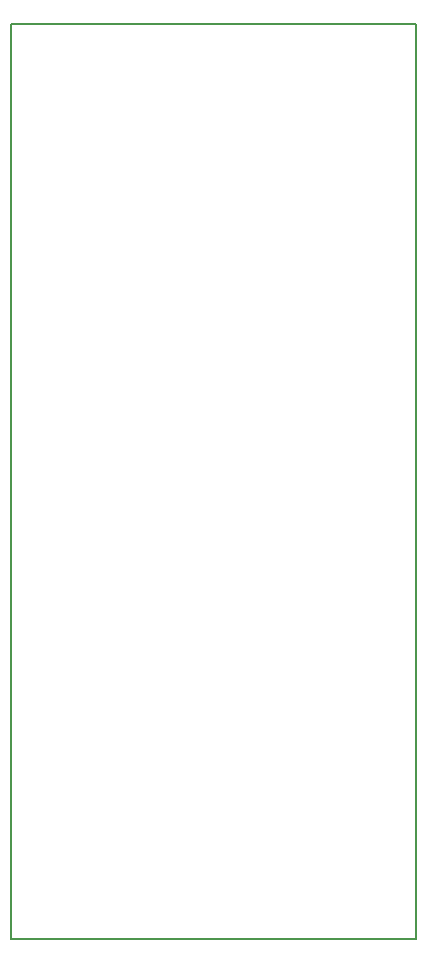
<source format=gm1>
G04 #@! TF.GenerationSoftware,KiCad,Pcbnew,5.0.2-bee76a0~70~ubuntu14.04.1*
G04 #@! TF.CreationDate,2018-12-14T16:21:01-07:00*
G04 #@! TF.ProjectId,delay,64656c61-792e-46b6-9963-61645f706362,rev?*
G04 #@! TF.SameCoordinates,Original*
G04 #@! TF.FileFunction,Profile,NP*
%FSLAX46Y46*%
G04 Gerber Fmt 4.6, Leading zero omitted, Abs format (unit mm)*
G04 Created by KiCad (PCBNEW 5.0.2-bee76a0~70~ubuntu14.04.1) date Fri 14 Dec 2018 04:21:01 PM MST*
%MOMM*%
%LPD*%
G01*
G04 APERTURE LIST*
%ADD10C,0.200000*%
G04 APERTURE END LIST*
D10*
X158496000Y-92964000D02*
X124206000Y-92964000D01*
X158496000Y-170434000D02*
X158496000Y-92964000D01*
X124206000Y-170434000D02*
X158496000Y-170434000D01*
X124206000Y-92964000D02*
X124206000Y-170434000D01*
M02*

</source>
